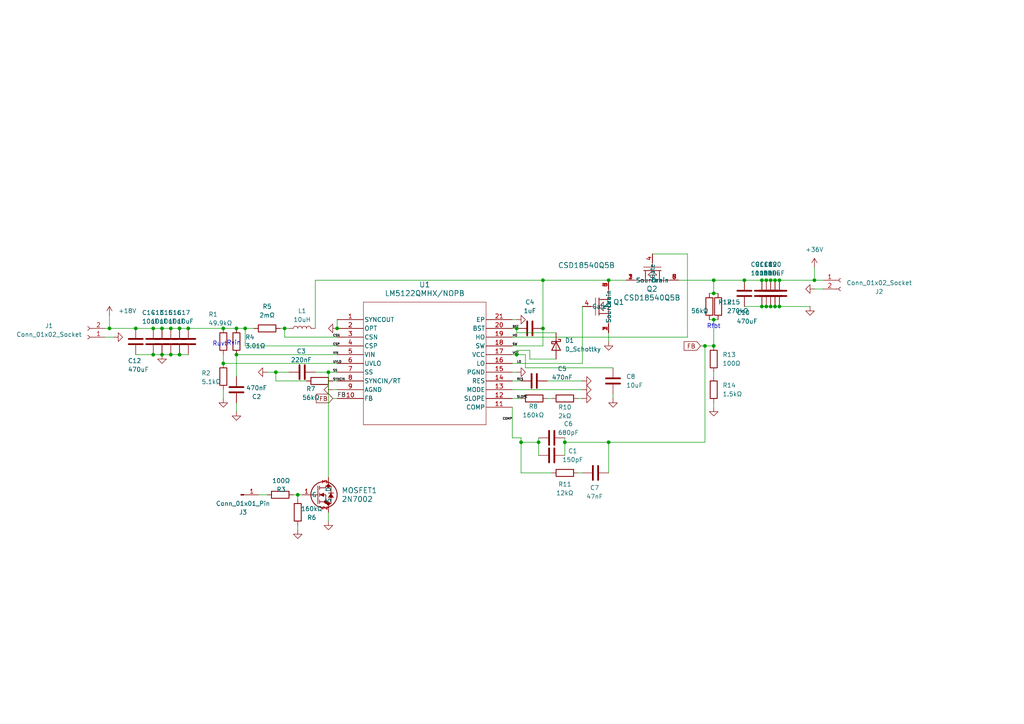
<source format=kicad_sch>
(kicad_sch (version 20250114) (generator "eeschema") (generator_version "9.0")
  (paper "A4")
  (title_block (title "15-22V Boost converter") (date "2026-02-11") (rev "B") (comment 2 "voltage rating checked"))
  (lib_symbols
    (symbol "Boost_Converter_Library:2N7002" (pin_names (offset 0.254))
      (property "Reference" "MOSFET" (at 11.43 1.905 0))
      (property "Value" "2N7002" (at 11.43 -2.54 0))
      (symbol "2N7002_0_1"
        (polyline (pts (xy 2.54 0) (xy 4.445 0)) (stroke (width 0.2032)))
        (polyline (pts (xy 4.572 -2.54) (xy 4.572 2.54)) (stroke (width 0.2032)))
        (polyline (pts (xy 5.08 2.032) (xy 6.858 2.032)) (stroke (width 0.2032)))
        (polyline (pts (xy 5.08 1.524) (xy 5.08 2.54)) (stroke (width 0.2032)))
        (polyline (pts (xy 5.08 -0.508) (xy 5.08 0.508)) (stroke (width 0.2032)))
        (polyline (pts (xy 5.08 -2.032) (xy 6.858 -2.032)) (stroke (width 0.2032)))
        (polyline (pts (xy 5.08 -2.54) (xy 5.08 -1.524)) (stroke (width 0.2032)))
        (polyline (pts (xy 6.35 0.508) (xy 5.08 0) (xy 6.35 -0.508)) (fill (type outline)))
        (polyline (pts (xy 6.35 0) (xy 6.858 0)) (stroke (width 0.2032)))
        (circle (center 6.35 0) (radius 3.81) (stroke (width 0.254)))
        (polyline (pts (xy 6.858 2.54) (xy 8.382 2.54)) (stroke (width 0.2032)))
        (polyline (pts (xy 6.858 2.032) (xy 6.858 2.54)) (stroke (width 0.2032)))
        (circle (center 6.858 -2.032) (radius 0.0254) (stroke (width 0.508)))
        (polyline (pts (xy 6.858 -2.54) (xy 6.858 0)) (stroke (width 0.2032)))
        (polyline (pts (xy 6.858 -2.54) (xy 8.382 -2.54)) (stroke (width 0.2032)))
        (circle (center 7.62 2.54) (radius 0.0254) (stroke (width 0.508)))
        (circle (center 7.62 -2.54) (radius 0.0254) (stroke (width 0.508)))
        (polyline (pts (xy 8.382 0.508) (xy 8.382 2.54)) (stroke (width 0.2032)))
        (polyline (pts (xy 8.382 -2.54) (xy 8.382 -0.762)) (stroke (width 0.2032)))
        (polyline (pts (xy 9.144 0.508) (xy 7.62 0.508)) (stroke (width 0.2032)))
        (polyline (pts (xy 9.144 -0.762) (xy 7.62 -0.762) (xy 8.382 0.508)) (fill (type outline)))
        (pin unspecified line (at 0 0 0) (length 2.54) (name "G") (number "1"))
        (pin unspecified line (at 7.62 5.08 270) (length 2.54) (name "D") (number "3"))
        (pin unspecified line (at 7.62 -5.08 90) (length 2.54) (name "S") (number "2"))
      )
    )
    (symbol "Boost_Converter_Library:CSD18540Q5B" (pin_names (offset 0.254))
      (property "Value" "CSD18540Q5B" (at -6.985 10.16 0))
      (symbol "CSD18540Q5B_1_1"
        (polyline (pts (xy -3.81 0) (xy -1.27 0)) (stroke (width 0.1524)))
        (polyline (pts (xy -1.27 0) (xy 0 0)) (stroke (width 0.1524)))
        (polyline (pts (xy 0 -2.54) (xy 0 2.54)) (stroke (width 0.1524)))
        (polyline (pts (xy 1.016 2.54) (xy 1.016 -2.54)) (stroke (width 0.1524)))
        (polyline (pts (xy 1.016 2.54) (xy 1.016 -2.54)) (stroke (width 0.1524)))
        (polyline (pts (xy 1.016 0) (xy 2.286 1.27)) (stroke (width 0.1524)))
        (polyline (pts (xy 1.016 -2.032) (xy 3.81 -2.032)) (stroke (width 0.1524)))
        (polyline (pts (xy 1.27 -2.032) (xy 3.556 -2.032)) (stroke (width 0.1524)))
        (polyline (pts (xy 2.286 1.27) (xy 2.286 -1.27)) (stroke (width 0.1524)))
        (polyline (pts (xy 2.286 0) (xy 3.81 0)) (stroke (width 0.1524)))
        (polyline (pts (xy 2.286 -1.27) (xy 1.016 0)) (stroke (width 0.1524)))
        (polyline (pts (xy 2.794 0) (xy 3.81 0)) (stroke (width 0.1524)))
        (polyline (pts (xy 3.81 7.366) (xy 3.81 4.826)) (stroke (width 0.1524)))
        (polyline (pts (xy 3.81 5.08) (xy 3.81 2.54)) (stroke (width 0.1524)))
        (polyline (pts (xy 3.81 2.54) (xy 3.81 2.032)) (stroke (width 0.1524)))
        (polyline (pts (xy 3.81 2.54) (xy 3.81 2.032)) (stroke (width 0.1524)))
        (polyline (pts (xy 3.81 2.032) (xy 1.016 2.032)) (stroke (width 0.1524)))
        (polyline (pts (xy 3.81 2.032) (xy 1.27 2.032)) (stroke (width 0.1524)))
        (polyline (pts (xy 3.81 0) (xy 3.81 -2.54)) (stroke (width 0.1524)))
        (polyline (pts (xy 3.81 0) (xy 3.81 -2.54)) (stroke (width 0.1524)))
        (polyline (pts (xy 3.81 -2.54) (xy 3.81 -5.08)) (stroke (width 0.1524)))
        (polyline (pts (xy 3.81 -7.62) (xy 3.81 -5.08)) (stroke (width 0.1524)))
        (pin unspecified line (at -3.81 0 0) (length 2.54) (name "Gate") (number "4"))
        (pin unspecified line (at 3.81 7.62 270) (length 2.54) (name "Drain") (number "5"))
        (pin unspecified line (at 3.81 7.62 270) (length 2.54) (name "Drain") (number "6"))
        (pin unspecified line (at 3.81 7.62 270) (length 2.54) (name "Drain") (number "7"))
        (pin unspecified line (at 3.81 7.62 270) (length 2.54) (name "Drain") (number "8"))
        (pin unspecified line (at 3.81 -7.62 90) (length 2.54) (name "Source") (number "1"))
        (pin unspecified line (at 3.81 -7.62 90) (length 2.54) (name "Source") (number "2"))
        (pin unspecified line (at 3.81 -7.62 90) (length 2.54) (name "Source") (number "3"))
      )
    )
    (symbol "Boost_Converter_Library:LM5122QMH_NOPB" (pin_names (offset 0.254))
      (property "Reference" "U" (at 25.4 10.16 0))
      (property "Value" "LM5122QMH/NOPB" (at 25.4 7.62 0))
      (symbol "LM5122QMH_NOPB_0_1"
        (polyline (pts (xy 7.62 5.08) (xy 7.62 -30.48)) (stroke (width 0.127)))
        (polyline (pts (xy 7.62 -30.48) (xy 43.18 -30.48)) (stroke (width 0.127)))
        (polyline (pts (xy 43.18 5.08) (xy 7.62 5.08)) (stroke (width 0.127)))
        (polyline (pts (xy 43.18 -30.48) (xy 43.18 5.08)) (stroke (width 0.127)))
        (pin output line (at 0 0 0) (length 7.62) (name "SYNCOUT") (number "1"))
        (pin input line (at 0 -2.54 0) (length 7.62) (name "OPT") (number "2"))
        (pin input line (at 0 -5.08 0) (length 7.62) (name "CSN") (number "3"))
        (pin input line (at 0 -7.62 0) (length 7.62) (name "CSP") (number "4"))
        (pin input line (at 0 -10.16 0) (length 7.62) (name "VIN") (number "5"))
        (pin input line (at 0 -12.7 0) (length 7.62) (name "UVLO") (number "6"))
        (pin input line (at 0 -15.24 0) (length 7.62) (name "SS") (number "7"))
        (pin input line (at 0 -17.78 0) (length 7.62) (name "SYNCIN/RT") (number "8"))
        (pin power_in line (at 0 -20.32 0) (length 7.62) (name "AGND") (number "9"))
        (pin input line (at 0 -22.86 0) (length 7.62) (name "FB") (number "10"))
        (pin power_out line (at 50.8 0 180) (length 7.62) (name "EP") (number "21"))
        (pin input line (at 50.8 -2.54 180) (length 7.62) (name "BST") (number "20"))
        (pin output line (at 50.8 -5.08 180) (length 7.62) (name "HO") (number "19"))
        (pin bidirectional line (at 50.8 -7.62 180) (length 7.62) (name "SW") (number "18"))
        (pin power_in line (at 50.8 -10.16 180) (length 7.62) (name "VCC") (number "17"))
        (pin output line (at 50.8 -12.7 180) (length 7.62) (name "LO") (number "16"))
        (pin power_in line (at 50.8 -15.24 180) (length 7.62) (name "PGND") (number "15"))
        (pin output line (at 50.8 -17.78 180) (length 7.62) (name "RES") (number "14"))
        (pin input line (at 50.8 -20.32 180) (length 7.62) (name "MODE") (number "13"))
        (pin input line (at 50.8 -22.86 180) (length 7.62) (name "SLOPE") (number "12"))
        (pin output line (at 50.8 -25.4 180) (length 7.62) (name "COMP") (number "11"))
      )
    )
    (symbol "Connector:Conn_01x01_Pin" (pin_names (offset 1.016) (hide yes))
      (property "Reference" "J" (at 0 2.54 0))
      (property "Value" "Conn_01x01_Pin" (at 0 -2.54 0))
      (symbol "Conn_01x01_Pin_1_1"
        (rectangle (start 0.8636 0.127) (end 0 -0.127) (stroke (width 0.1524)) (fill (type outline)))
        (polyline (pts (xy 1.27 0) (xy 0.8636 0)) (stroke (width 0.1524)))
        (pin passive line (at 5.08 0 180) (length 3.81) (name "Pin_1") (number "1"))
      )
    )
    (symbol "Connector:Conn_01x02_Socket" (pin_names (offset 1.016) (hide yes))
      (property "Reference" "J" (at 0 2.54 0))
      (property "Value" "Conn_01x02_Socket" (at 0 -5.08 0))
      (symbol "Conn_01x02_Socket_1_1"
        (polyline (pts (xy -1.27 0) (xy -0.508 0)) (stroke (width 0.1524)))
        (polyline (pts (xy -1.27 -2.54) (xy -0.508 -2.54)) (stroke (width 0.1524)))
        (arc (start 0 -0.508) (mid -0.5058 0) (end 0 0.508) (stroke (width 0.1524)))
        (arc (start 0 -3.048) (mid -0.5058 -2.54) (end 0 -2.032) (stroke (width 0.1524)))
        (pin passive line (at -5.08 0 0) (length 3.81) (name "Pin_1") (number "1"))
        (pin passive line (at -5.08 -2.54 0) (length 3.81) (name "Pin_2") (number "2"))
      )
    )
    (symbol "Device:C" (pin_numbers (hide yes)) (pin_names (offset 0.254))
      (property "Reference" "C" (at 0.635 2.54 0))
      (property "Value" "C" (at 0.635 -2.54 0))
      (symbol "C_0_1"
        (polyline (pts (xy -2.032 0.762) (xy 2.032 0.762)) (stroke (width 0.508)))
        (polyline (pts (xy -2.032 -0.762) (xy 2.032 -0.762)) (stroke (width 0.508)))
      )
      (symbol "C_1_1"
        (pin passive line (at 0 3.81 270) (length 2.794) (name "~") (number "1"))
        (pin passive line (at 0 -3.81 90) (length 2.794) (name "~") (number "2"))
      )
    )
    (symbol "Device:D_Schottky" (pin_numbers (hide yes)) (pin_names (offset 1.016) (hide yes))
      (property "Reference" "D" (at 0 2.54 0))
      (property "Value" "D_Schottky" (at 0 -2.54 0))
      (symbol "D_Schottky_0_1"
        (polyline (pts (xy -1.905 0.635) (xy -1.905 1.27) (xy -1.27 1.27) (xy -1.27 -1.27) (xy -0.635 -1.27) (xy -0.635 -0.635)) (stroke (width 0.254)))
        (polyline (pts (xy 1.27 1.27) (xy 1.27 -1.27) (xy -1.27 0) (xy 1.27 1.27)) (stroke (width 0.254)))
        (polyline (pts (xy 1.27 0) (xy -1.27 0)))
      )
      (symbol "D_Schottky_1_1"
        (pin passive line (at -3.81 0 0) (length 2.54) (name "K") (number "1"))
        (pin passive line (at 3.81 0 180) (length 2.54) (name "A") (number "2"))
      )
    )
    (symbol "Device:L" (pin_numbers (hide yes)) (pin_names (offset 1.016) (hide yes))
      (property "Reference" "L" (at -1.27 0 90))
      (property "Value" "L" (at 1.905 0 90))
      (symbol "L_0_1"
        (arc (start 0 2.54) (mid 0.6323 1.905) (end 0 1.27))
        (arc (start 0 1.27) (mid 0.6323 0.635) (end 0 0))
        (arc (start 0 0) (mid 0.6323 -0.635) (end 0 -1.27))
        (arc (start 0 -1.27) (mid 0.6323 -1.905) (end 0 -2.54))
      )
      (symbol "L_1_1"
        (pin passive line (at 0 3.81 270) (length 1.27) (name "1") (number "1"))
        (pin passive line (at 0 -3.81 90) (length 1.27) (name "2") (number "2"))
      )
    )
    (symbol "Device:R" (pin_numbers (hide yes)) (pin_names (offset 0))
      (property "Reference" "R" (at 2.032 0 90))
      (property "Value" "R" (at 0 0 90))
      (symbol "R_0_1"
        (rectangle (start -1.016 -2.54) (end 1.016 2.54) (stroke (width 0.254)))
      )
      (symbol "R_1_1"
        (pin passive line (at 0 3.81 270) (length 1.27) (name "~") (number "1"))
        (pin passive line (at 0 -3.81 90) (length 1.27) (name "~") (number "2"))
      )
    )
    (symbol "power:+24V" (power) (pin_numbers (hide yes)) (pin_names (offset 0) (hide yes))
      (property "Value" "+24V" (at 0 3.556 0))
      (symbol "+24V_0_1"
        (polyline (pts (xy -0.762 1.27) (xy 0 2.54)))
        (polyline (pts (xy 0 2.54) (xy 0.762 1.27)))
        (polyline (pts (xy 0 0) (xy 0 2.54)))
      )
      (symbol "+24V_1_1"
        (pin power_in line (at 0 0 90) (length 0) (name "~") (number "1"))
      )
    )
    (symbol "power:GND" (power) (pin_numbers (hide yes)) (pin_names (offset 0) (hide yes))
      (property "Value" "GND" (at 0 -3.81 0))
      (symbol "GND_0_1"
        (polyline (pts (xy 0 0) (xy 0 -1.27) (xy 1.27 -1.27) (xy 0 -2.54) (xy -1.27 -1.27) (xy 0 -1.27)))
      )
      (symbol "GND_1_1"
        (pin power_in line (at 0 0 270) (length 0) (name "~") (number "1"))
      )
    )
  )
  (text "Rvin" (at 67.818 99.568 0) (effects (font (size 1.27 1.27))))
  (text "Ruvt" (at 63.754 99.822 0) (effects (font (size 1.27 1.27))))
  (text "Rfbt" (at 207.01 94.742 0) (effects (font (size 1.27 1.27))))
  (junction (at 157.48 95.25))
  (junction (at 39.37 95.25))
  (junction (at 222.25 88.9))
  (junction (at 223.52 88.9))
  (junction (at 54.61 95.25))
  (junction (at 220.98 81.28))
  (junction (at 207.01 81.28))
  (junction (at 151.13 128.27))
  (junction (at 46.99 102.87))
  (junction (at 52.07 95.25))
  (junction (at 149.86 102.87))
  (junction (at 215.9 81.28))
  (junction (at 176.53 128.27))
  (junction (at 80.01 107.95))
  (junction (at 64.77 105.41))
  (junction (at 68.58 102.87))
  (junction (at 207.01 85.09))
  (junction (at 97.79 95.25))
  (junction (at 71.12 95.25))
  (junction (at 49.53 102.87))
  (junction (at 82.55 95.25))
  (junction (at 222.25 81.28))
  (junction (at 64.77 95.25))
  (junction (at 176.53 81.28))
  (junction (at 223.52 81.28))
  (junction (at 49.53 95.25))
  (junction (at 156.21 128.27))
  (junction (at 157.48 81.28))
  (junction (at 31.75 95.25))
  (junction (at 52.07 102.87))
  (junction (at 163.83 128.27))
  (junction (at 220.98 88.9))
  (junction (at 95.25 107.95))
  (junction (at 207.01 92.71))
  (junction (at 236.22 81.28))
  (junction (at 207.01 100.33))
  (junction (at 224.79 88.9))
  (junction (at 224.79 81.28))
  (junction (at 46.99 95.25))
  (junction (at 44.45 95.25))
  (junction (at 86.36 143.51))
  (junction (at 204.47 100.33))
  (junction (at 226.06 81.28))
  (junction (at 149.86 95.25))
  (junction (at 68.58 95.25))
  (junction (at 44.45 102.87))
  (junction (at 226.06 88.9))
  (wire (pts (xy 49.53 102.87) (xy 52.07 102.87)))
  (wire (pts (xy 157.48 95.25) (xy 157.48 100.33)))
  (wire (pts (xy 68.58 116.84) (xy 68.58 119.38)))
  (wire (pts (xy 207.01 81.28) (xy 215.9 81.28)))
  (wire (pts (xy 64.77 105.41) (xy 97.79 105.41)))
  (wire (pts (xy 153.67 104.14) (xy 153.67 101.6)))
  (wire (pts (xy 163.83 128.27) (xy 163.83 132.08)))
  (wire (pts (xy 151.13 128.27) (xy 156.21 128.27)))
  (wire (pts (xy 77.47 107.95) (xy 80.01 107.95)))
  (wire (pts (xy 80.01 107.95) (xy 80.01 110.49)))
  (wire (pts (xy 156.21 128.27) (xy 156.21 132.08)))
  (wire (pts (xy 177.8 114.3) (xy 177.8 115.57)))
  (wire (pts (xy 207.01 107.95) (xy 207.01 109.22)))
  (wire (pts (xy 204.47 100.33) (xy 204.47 128.27)))
  (wire (pts (xy 163.83 127) (xy 163.83 128.27)))
  (wire (pts (xy 148.59 127) (xy 151.13 127)))
  (wire (pts (xy 156.21 127) (xy 156.21 128.27)))
  (wire (pts (xy 149.86 102.87) (xy 152.4 102.87)))
  (wire (pts (xy 148.59 113.03) (xy 168.91 113.03)))
  (wire (pts (xy 149.86 102.87) (xy 148.59 102.87)))
  (wire (pts (xy 149.86 95.25) (xy 149.86 96.52)))
  (wire (pts (xy 149.86 101.6) (xy 149.86 102.87)))
  (wire (pts (xy 148.59 95.25) (xy 149.86 95.25)))
  (wire (pts (xy 71.12 95.25) (xy 73.66 95.25)))
  (wire (pts (xy 151.13 127) (xy 151.13 128.27)))
  (wire (pts (xy 82.55 97.79) (xy 97.79 97.79)))
  (wire (pts (xy 199.39 73.66) (xy 199.39 97.79)))
  (wire (pts (xy 222.25 88.9) (xy 223.52 88.9)))
  (wire (pts (xy 158.75 110.49) (xy 168.91 110.49)))
  (wire (pts (xy 189.23 73.66) (xy 199.39 73.66)))
  (wire (pts (xy 39.37 102.87) (xy 44.45 102.87)))
  (wire (pts (xy 161.29 96.52) (xy 149.86 96.52)))
  (wire (pts (xy 81.28 95.25) (xy 82.55 95.25)))
  (wire (pts (xy 68.58 102.87) (xy 97.79 102.87)))
  (wire (pts (xy 163.83 128.27) (xy 176.53 128.27)))
  (wire (pts (xy 80.01 110.49) (xy 88.9 110.49)))
  (wire (pts (xy 97.79 92.71) (xy 97.79 95.25)))
  (wire (pts (xy 220.98 88.9) (xy 222.25 88.9)))
  (wire (pts (xy 96.52 113.03) (xy 97.79 113.03)))
  (wire (pts (xy 52.07 102.87) (xy 54.61 102.87)))
  (wire (pts (xy 222.25 81.28) (xy 223.52 81.28)))
  (wire (pts (xy 96.52 110.49) (xy 97.79 110.49)))
  (wire (pts (xy 205.74 85.09) (xy 207.01 85.09)))
  (wire (pts (xy 157.48 81.28) (xy 157.48 95.25)))
  (wire (pts (xy 167.64 137.16) (xy 168.91 137.16)))
  (wire (pts (xy 207.01 81.28) (xy 207.01 85.09)))
  (wire (pts (xy 86.36 143.51) (xy 86.36 144.78)))
  (wire (pts (xy 207.01 92.71) (xy 208.28 92.71)))
  (wire (pts (xy 71.12 100.33) (xy 97.79 100.33)))
  (wire (pts (xy 207.01 85.09) (xy 208.28 85.09)))
  (wire (pts (xy 168.91 105.41) (xy 148.59 105.41)))
  (wire (pts (xy 223.52 88.9) (xy 224.79 88.9)))
  (wire (pts (xy 74.93 143.51) (xy 77.47 143.51)))
  (wire (pts (xy 44.45 102.87) (xy 46.99 102.87)))
  (wire (pts (xy 207.01 92.71) (xy 207.01 100.33)))
  (wire (pts (xy 196.85 81.28) (xy 207.01 81.28)))
  (wire (pts (xy 176.53 137.16) (xy 176.53 128.27)))
  (wire (pts (xy 152.4 106.68) (xy 177.8 106.68)))
  (wire (pts (xy 168.91 88.9) (xy 168.91 105.41)))
  (wire (pts (xy 49.53 95.25) (xy 52.07 95.25)))
  (wire (pts (xy 207.01 116.84) (xy 207.01 118.11)))
  (wire (pts (xy 161.29 104.14) (xy 153.67 104.14)))
  (wire (pts (xy 220.98 81.28) (xy 222.25 81.28)))
  (wire (pts (xy 85.09 143.51) (xy 86.36 143.51)))
  (wire (pts (xy 236.22 83.82) (xy 238.76 83.82)))
  (wire (pts (xy 148.59 107.95) (xy 149.86 107.95)))
  (wire (pts (xy 82.55 97.79) (xy 82.55 95.25)))
  (wire (pts (xy 82.55 95.25) (xy 83.82 95.25)))
  (wire (pts (xy 46.99 95.25) (xy 49.53 95.25)))
  (wire (pts (xy 176.53 96.52) (xy 176.53 99.06)))
  (wire (pts (xy 207.01 100.33) (xy 204.47 100.33)))
  (wire (pts (xy 80.01 107.95) (xy 83.82 107.95)))
  (wire (pts (xy 71.12 95.25) (xy 71.12 100.33)))
  (wire (pts (xy 68.58 102.87) (xy 68.58 109.22)))
  (wire (pts (xy 158.75 115.57) (xy 160.02 115.57)))
  (wire (pts (xy 151.13 128.27) (xy 151.13 137.16)))
  (wire (pts (xy 68.58 95.25) (xy 71.12 95.25)))
  (wire (pts (xy 64.77 95.25) (xy 68.58 95.25)))
  (wire (pts (xy 91.44 81.28) (xy 157.48 81.28)))
  (wire (pts (xy 226.06 81.28) (xy 236.22 81.28)))
  (wire (pts (xy 148.59 110.49) (xy 151.13 110.49)))
  (wire (pts (xy 91.44 95.25) (xy 91.44 81.28)))
  (wire (pts (xy 176.53 128.27) (xy 204.47 128.27)))
  (wire (pts (xy 148.59 115.57) (xy 151.13 115.57)))
  (wire (pts (xy 95.25 107.95) (xy 95.25 138.43)))
  (wire (pts (xy 64.77 113.03) (xy 64.77 115.57)))
  (wire (pts (xy 215.9 81.28) (xy 220.98 81.28)))
  (wire (pts (xy 205.74 92.71) (xy 207.01 92.71)))
  (wire (pts (xy 236.22 77.47) (xy 236.22 81.28)))
  (wire (pts (xy 52.07 95.25) (xy 54.61 95.25)))
  (wire (pts (xy 215.9 88.9) (xy 220.98 88.9)))
  (wire (pts (xy 148.59 92.71) (xy 149.86 92.71)))
  (wire (pts (xy 95.25 107.95) (xy 97.79 107.95)))
  (wire (pts (xy 224.79 88.9) (xy 226.06 88.9)))
  (wire (pts (xy 157.48 81.28) (xy 176.53 81.28)))
  (wire (pts (xy 30.48 95.25) (xy 31.75 95.25)))
  (wire (pts (xy 31.75 95.25) (xy 39.37 95.25)))
  (wire (pts (xy 226.06 88.9) (xy 234.95 88.9)))
  (wire (pts (xy 64.77 102.87) (xy 64.77 105.41)))
  (wire (pts (xy 152.4 102.87) (xy 152.4 106.68)))
  (wire (pts (xy 46.99 102.87) (xy 49.53 102.87)))
  (wire (pts (xy 151.13 137.16) (xy 160.02 137.16)))
  (wire (pts (xy 148.59 118.11) (xy 148.59 127)))
  (wire (pts (xy 30.48 97.79) (xy 33.02 97.79)))
  (wire (pts (xy 223.52 81.28) (xy 224.79 81.28)))
  (wire (pts (xy 167.64 115.57) (xy 168.91 115.57)))
  (wire (pts (xy 157.48 100.33) (xy 148.59 100.33)))
  (wire (pts (xy 153.67 101.6) (xy 149.86 101.6)))
  (wire (pts (xy 31.75 91.44) (xy 31.75 95.25)))
  (wire (pts (xy 54.61 95.25) (xy 64.77 95.25)))
  (wire (pts (xy 204.47 100.33) (xy 203.2 100.33)))
  (wire (pts (xy 86.36 152.4) (xy 86.36 153.67)))
  (wire (pts (xy 176.53 81.28) (xy 181.61 81.28)))
  (wire (pts (xy 96.52 115.57) (xy 97.79 115.57)))
  (wire (pts (xy 236.22 81.28) (xy 238.76 81.28)))
  (wire (pts (xy 95.25 148.59) (xy 95.25 151.13)))
  (wire (pts (xy 44.45 95.25) (xy 46.99 95.25)))
  (wire (pts (xy 224.79 81.28) (xy 226.06 81.28)))
  (wire (pts (xy 148.59 97.79) (xy 199.39 97.79)))
  (wire (pts (xy 86.36 143.51) (xy 87.63 143.51)))
  (wire (pts (xy 39.37 95.25) (xy 44.45 95.25)))
  (wire (pts (xy 91.44 107.95) (xy 95.25 107.95)))
  (label "SW" (at 148.59 100.33 0) (effects (font (size 0.635 0.635))))
  (label "SS" (at 96.52 107.95 0) (effects (font (size 0.635 0.635))))
  (label "HO" (at 148.59 97.79 0) (effects (font (size 0.635 0.635))))
  (label "RES" (at 149.86 110.49 0) (effects (font (size 0.635 0.635))))
  (label "SLOPE" (at 149.86 115.57 0) (effects (font (size 0.635 0.635))))
  (label "VIN" (at 96.52 102.87 0) (effects (font (size 0.635 0.635))))
  (label "VCC" (at 148.59 102.87 0) (effects (font (size 0.635 0.635))))
  (label "CSP" (at 96.52 100.33 0) (effects (font (size 0.635 0.635))))
  (label "LO" (at 149.86 105.41 0) (effects (font (size 0.635 0.635))))
  (label "COMP" (at 148.59 121.92 180) (effects (font (size 0.635 0.635))))
  (label "BST" (at 148.59 95.25 0) (effects (font (size 0.635 0.635))))
  (label "UVLO" (at 96.52 105.41 0) (effects (font (size 0.635 0.635))))
  (label "SYNCIN" (at 96.52 110.49 0) (effects (font (size 0.635 0.635))))
  (label "CSN" (at 96.52 97.79 0) (effects (font (size 0.635 0.635))))
  (label "FB" (at 97.79 115.57 0))
  (global_label "FB" (shape input) (at 96.52 115.57 180) (property "Intersheetrefs" "${INTERSHEET_REFS}" (effects (hide yes))))
  (global_label "FB" (shape input) (at 203.2 100.33 180) (property "Intersheetrefs" "${INTERSHEET_REFS}" (effects (hide yes))))
  (symbol (lib_id "power:GND") (at 236.22 83.82 270) (unit 1)
    (property "Reference" "#PWR019" (effects (hide yes)))
    (property "Value" "GND" (effects (hide yes)))
    (property "Description" "Power symbol creates a global label with name \"GND\" , ground" (effects (hide yes)))
  )
  (symbol (lib_id "Device:R") (at 77.47 95.25 90) (unit 1)
    (property "Reference" "R5" (at 77.47 88.9 90))
    (property "Value" "2mΩ" (at 77.47 91.44 90))
    (property "Footprint" "Resistor_SMD:R_2512_6332Metric" (effects (hide yes)))
    (property "Description" "Resistor" (effects (hide yes)))
    (property "JLCPCB Part number" "C728306" (effects (hide yes)))
  )
  (symbol (lib_id "Connector:Conn_01x02_Socket") (at 25.4 97.79 180) (unit 1)
    (property "Reference" "J1" (at 14.224 94.488 0))
    (property "Value" "Conn_01x02_Socket" (at 14.224 97.028 0))
    (property "Footprint" "TerminalBlock_MetzConnect:TerminalBlock_MetzConnect_Type055_RT01502HDWU_1x02_P5.00mm_Horizontal" (effects (hide yes)))
    (property "Description" "Generic connector, single row, 01x02, script generated" (effects (hide yes)))
  )
  (symbol (lib_id "power:+24V") (at 236.22 77.47 0) (unit 1)
    (property "Reference" "#PWR018" (effects (hide yes)))
    (property "Value" "+36V" (at 236.22 72.39 0))
    (property "Description" "Power symbol creates a global label with name \"+24V\"" (effects (hide yes)))
  )
  (symbol (lib_id "Device:R") (at 163.83 137.16 90) (unit 1)
    (property "Reference" "R11" (at 163.83 140.462 90))
    (property "Value" "12kΩ" (at 163.83 143.002 90))
    (property "Footprint" "Resistor_SMD:R_0603_1608Metric" (effects (hide yes)))
    (property "Description" "Resistor" (effects (hide yes)))
    (property "JLCPCB Part number" "C22790" (effects (hide yes)))
  )
  (symbol (lib_id "power:GND") (at 86.36 153.67 0) (unit 1)
    (property "Reference" "#PWR021" (effects (hide yes)))
    (property "Value" "GND" (effects (hide yes)))
    (property "Description" "Power symbol creates a global label with name \"GND\" , ground" (effects (hide yes)))
  )
  (symbol (lib_id "Connector:Conn_01x02_Socket") (at 243.84 81.28 0) (unit 1)
    (property "Reference" "J2" (at 255.016 84.582 0))
    (property "Value" "Conn_01x02_Socket" (at 255.016 82.042 0))
    (property "Footprint" "TerminalBlock_MetzConnect:TerminalBlock_MetzConnect_Type055_RT01502HDWU_1x02_P5.00mm_Horizontal" (effects (hide yes)))
    (property "Description" "Generic connector, single row, 01x02, script generated" (effects (hide yes)))
  )
  (symbol (lib_id "Device:R") (at 86.36 148.59 180) (unit 1)
    (property "Reference" "R6" (at 90.424 150.114 0))
    (property "Value" "160kΩ" (at 90.424 147.574 0))
    (property "Footprint" "Resistor_SMD:R_0603_1608Metric" (effects (hide yes)))
    (property "Description" "Resistor" (effects (hide yes)))
    (property "JLCPCB Part number" "C22813" (effects (hide yes)))
  )
  (symbol (lib_id "Boost_Converter_Library:LM5122QMH_NOPB") (at 97.79 92.71 0) (unit 1)
    (property "Reference" "U1" (at 123.19 82.55 0) (effects (font (size 1.524 1.524))))
    (property "Value" "LM5122QMHX/NOPB" (at 123.19 85.09 0) (effects (font (size 1.524 1.524))))
    (property "Footprint" "Boost_Converter_Footprint_Library:HTSSOP20" (effects (hide yes)))
    (property "Datasheet" "https://www.ti.com/lit/gpn/lm5122-q1" (effects (hide yes)))
    (property "JLCPCB Part number" "C527477" (effects (hide yes)))
  )
  (symbol (lib_id "Boost_Converter_Library:CSD18540Q5B") (at 189.23 77.47 270) (unit 1)
    (property "Reference" "Q2" (at 189.103 83.82 90) (effects (font (size 1.524 1.524))))
    (property "Value" "CSD18540Q5B" (at 189.103 86.36 90) (effects (font (size 1.524 1.524))))
    (property "Footprint" "DNK0008A" (effects (hide yes)))
    (property "Datasheet" "https://www.ti.com/lit/gpn/csd18540q5b" (effects (hide yes)))
    (property "JLCPCB Part number" "C86513" (effects (hide yes)))
  )
  (symbol (lib_id "power:GND") (at 176.53 99.06 0) (unit 1)
    (property "Reference" "#PWR014" (effects (hide yes)))
    (property "Value" "GND" (effects (hide yes)))
    (property "Description" "Power symbol creates a global label with name \"GND\" , ground" (effects (hide yes)))
  )
  (symbol (lib_id "Device:C") (at 154.94 110.49 90) (unit 1)
    (property "Reference" "C5" (at 163.068 106.934 90))
    (property "Value" "470nF" (at 163.068 109.474 90))
    (property "Footprint" "Capacitor_SMD:C_0603_1608Metric" (effects (hide yes)))
    (property "Description" "Unpolarized capacitor" (effects (hide yes)))
    (property "JLCPCB Part number" "C1623" (effects (hide yes)))
  )
  (symbol (lib_id "Device:C") (at 223.52 85.09 0) (unit 1)
    (property "Reference" "C18" (at 220.218 76.708 0) (effects (justify left)))
    (property "Value" "10uF" (at 220.218 79.248 0) (effects (justify left)))
    (property "Footprint" "Capacitor_SMD:C_0805_2012Metric" (effects (hide yes)))
    (property "Description" "Unpolarized capacitor" (effects (hide yes)))
    (property "JLCPCB Part number" "C440198" (effects (hide yes)))
  )
  (symbol (lib_id "power:GND") (at 77.47 107.95 270) (unit 1)
    (property "Reference" "#PWR06" (effects (hide yes)))
    (property "Value" "GND" (effects (hide yes)))
    (property "Description" "Power symbol creates a global label with name \"GND\" , ground" (effects (hide yes)))
  )
  (symbol (lib_id "Device:R") (at 81.28 143.51 270) (unit 1)
    (property "Reference" "R3" (at 81.534 141.986 90))
    (property "Value" "100Ω" (at 81.534 139.446 90))
    (property "Footprint" "Resistor_SMD:R_0603_1608Metric" (effects (hide yes)))
    (property "Description" "Resistor" (effects (hide yes)))
    (property "JLCPCB Part number" "C22775" (effects (hide yes)))
  )
  (symbol (lib_id "power:GND") (at 95.25 151.13 0) (unit 1)
    (property "Reference" "#PWR03" (effects (hide yes)))
    (property "Value" "GND" (effects (hide yes)))
    (property "Description" "Power symbol creates a global label with name \"GND\" , ground" (effects (hide yes)))
  )
  (symbol (lib_id "Device:C") (at 87.63 107.95 90) (unit 1)
    (property "Reference" "C3" (at 87.376 101.854 90))
    (property "Value" "220nF" (at 87.376 104.394 90))
    (property "Footprint" "Capacitor_SMD:C_0603_1608Metric" (effects (hide yes)))
    (property "Description" "Unpolarized capacitor" (effects (hide yes)))
    (property "JLCPCB Part number" "C21120" (effects (hide yes)))
  )
  (symbol (lib_id "power:GND") (at 64.77 115.57 0) (unit 1)
    (property "Reference" "#PWR04" (effects (hide yes)))
    (property "Value" "GND" (effects (hide yes)))
    (property "Description" "Power symbol creates a global label with name \"GND\" , ground" (effects (hide yes)))
  )
  (symbol (lib_id "power:GND") (at 168.91 115.57 90) (unit 1)
    (property "Reference" "#PWR013" (effects (hide yes)))
    (property "Value" "GND" (effects (hide yes)))
    (property "Description" "Power symbol creates a global label with name \"GND\" , ground" (effects (hide yes)))
  )
  (symbol (lib_id "Device:C") (at 160.02 127 90) (unit 1)
    (property "Reference" "C6" (at 164.846 122.936 90))
    (property "Value" "680pF" (at 164.846 125.476 90))
    (property "Footprint" "Capacitor_SMD:C_0603_1608Metric" (effects (hide yes)))
    (property "Description" "Unpolarized capacitor" (effects (hide yes)))
    (property "JLCPCB Part number" "C1630" (effects (hide yes)))
  )
  (symbol (lib_id "Device:C") (at 39.37 99.06 0) (unit 1)
    (property "Reference" "C12" (at 37.084 104.648 0) (effects (justify left)))
    (property "Value" "470uF" (at 37.084 107.188 0) (effects (justify left)))
    (property "Footprint" "Capacitor_THT:CP_Radial_D10.0mm_P5.00mm" (effects (hide yes)))
    (property "Description" "Unpolarized capacitor" (effects (hide yes)))
    (property "JLCPCB Part number" "C5438877" (effects (hide yes)))
  )
  (symbol (lib_id "Device:C") (at 52.07 99.06 0) (unit 1)
    (property "Reference" "C16" (at 48.768 90.678 0) (effects (justify left)))
    (property "Value" "10uF" (at 48.768 93.218 0) (effects (justify left)))
    (property "Footprint" "Capacitor_SMD:C_0805_2012Metric" (effects (hide yes)))
    (property "Description" "Unpolarized capacitor" (effects (hide yes)))
    (property "JLCPCB Part number" "C440198" (effects (hide yes)))
  )
  (symbol (lib_id "power:GND") (at 149.86 107.95 90) (unit 1)
    (property "Reference" "#PWR010" (effects (hide yes)))
    (property "Value" "GND" (effects (hide yes)))
    (property "Description" "Power symbol creates a global label with name \"GND\" , ground" (effects (hide yes)))
  )
  (symbol (lib_id "Device:R") (at 207.01 113.03 0) (unit 1)
    (property "Reference" "R14" (at 209.55 111.7599 0) (effects (justify left)))
    (property "Value" "1.5kΩ" (at 209.55 114.2999 0) (effects (justify left)))
    (property "Footprint" "Resistor_SMD:R_0603_1608Metric" (effects (hide yes)))
    (property "Description" "Resistor" (effects (hide yes)))
    (property "JLCPCB Part number" "C22843" (effects (hide yes)))
  )
  (symbol (lib_id "Device:R") (at 205.74 88.9 0) (unit 1)
    (property "Reference" "R12" (at 208.28 87.6299 0) (effects (justify left)))
    (property "Value" "56kΩ" (at 200.406 90.17 0) (effects (justify left)))
    (property "Footprint" "Resistor_SMD:R_0603_1608Metric" (effects (hide yes)))
    (property "Description" "Resistor" (effects (hide yes)))
    (property "JLCPCB Part number" "C23206" (effects (hide yes)))
  )
  (symbol (lib_id "power:GND") (at 207.01 118.11 0) (unit 1)
    (property "Reference" "#PWR016" (effects (hide yes)))
    (property "Value" "GND" (effects (hide yes)))
    (property "Description" "Power symbol creates a global label with name \"GND\" , ground" (effects (hide yes)))
  )
  (symbol (lib_id "power:GND") (at 46.99 102.87 0) (unit 1)
    (property "Reference" "#PWR020" (effects (hide yes)))
    (property "Value" "GND" (effects (hide yes)))
    (property "Description" "Power symbol creates a global label with name \"GND\" , ground" (effects (hide yes)))
  )
  (symbol (lib_id "Device:C") (at 49.53 99.06 0) (unit 1)
    (property "Reference" "C15" (at 46.228 90.678 0) (effects (justify left)))
    (property "Value" "10uF" (at 46.228 93.218 0) (effects (justify left)))
    (property "Footprint" "Capacitor_SMD:C_0805_2012Metric" (effects (hide yes)))
    (property "Description" "Unpolarized capacitor" (effects (hide yes)))
    (property "JLCPCB Part number" "C440198" (effects (hide yes)))
  )
  (symbol (lib_id "power:GND") (at 68.58 119.38 0) (unit 1)
    (property "Reference" "#PWR05" (effects (hide yes)))
    (property "Value" "GND" (effects (hide yes)))
    (property "Description" "Power symbol creates a global label with name \"GND\" , ground" (effects (hide yes)))
  )
  (symbol (lib_id "Device:R") (at 64.77 99.06 0) (unit 1)
    (property "Reference" "R1" (at 60.452 91.186 0) (effects (justify left)))
    (property "Value" "49.9kΩ" (at 60.452 93.726 0) (effects (justify left)))
    (property "Footprint" "Resistor_SMD:R_0603_1608Metric" (effects (hide yes)))
    (property "Description" "Resistor" (effects (hide yes)))
    (property "JLCPCB Part number" "C23184" (effects (hide yes)))
  )
  (symbol (lib_id "Device:R") (at 64.77 109.22 0) (unit 1)
    (property "Reference" "R2" (at 58.42 108.204 0) (effects (justify left)))
    (property "Value" "5.1kΩ" (at 58.42 110.744 0) (effects (justify left)))
    (property "Footprint" "Resistor_SMD:R_0603_1608Metric" (effects (hide yes)))
    (property "Description" "Resistor" (effects (hide yes)))
    (property "JLCPCB Part number" "C23186" (effects (hide yes)))
  )
  (symbol (lib_id "power:GND") (at 33.02 97.79 90) (unit 1)
    (property "Reference" "#PWR02" (effects (hide yes)))
    (property "Value" "GND" (effects (hide yes)))
    (property "Description" "Power symbol creates a global label with name \"GND\" , ground" (effects (hide yes)))
  )
  (symbol (lib_id "power:GND") (at 96.52 113.03 270) (unit 1)
    (property "Reference" "#PWR07" (effects (hide yes)))
    (property "Value" "GND" (effects (hide yes)))
    (property "Description" "Power symbol creates a global label with name \"GND\" , ground" (effects (hide yes)))
  )
  (symbol (lib_id "Device:C") (at 54.61 99.06 0) (unit 1)
    (property "Reference" "C17" (at 51.308 90.678 0) (effects (justify left)))
    (property "Value" "10uF" (at 51.308 93.218 0) (effects (justify left)))
    (property "Footprint" "Capacitor_SMD:C_0805_2012Metric" (effects (hide yes)))
    (property "Description" "Unpolarized capacitor" (effects (hide yes)))
    (property "JLCPCB Part number" "C440198" (effects (hide yes)))
  )
  (symbol (lib_id "Device:C") (at 153.67 95.25 90) (unit 1)
    (property "Reference" "C4" (at 153.67 87.63 90))
    (property "Value" "1uF" (at 153.67 90.17 90))
    (property "Footprint" "Capacitor_SMD:C_0805_2012Metric" (effects (hide yes)))
    (property "Description" "Unpolarized capacitor" (effects (hide yes)))
    (property "JLCPCB Part number" "C28323" (effects (hide yes)))
  )
  (symbol (lib_id "Device:C") (at 226.06 85.09 0) (unit 1)
    (property "Reference" "C20" (at 222.758 76.708 0) (effects (justify left)))
    (property "Value" "10uF" (at 222.758 79.248 0) (effects (justify left)))
    (property "Footprint" "Capacitor_SMD:C_0805_2012Metric" (effects (hide yes)))
    (property "Description" "Unpolarized capacitor" (effects (hide yes)))
    (property "JLCPCB Part number" "C440198" (effects (hide yes)))
  )
  (symbol (lib_id "power:GND") (at 177.8 115.57 0) (unit 1)
    (property "Reference" "#PWR015" (effects (hide yes)))
    (property "Value" "GND" (effects (hide yes)))
    (property "Description" "Power symbol creates a global label with name \"GND\" , ground" (effects (hide yes)))
  )
  (symbol (lib_id "Device:R") (at 207.01 104.14 0) (unit 1)
    (property "Reference" "R13" (at 209.55 102.8699 0) (effects (justify left)))
    (property "Value" "100Ω" (at 209.55 105.4099 0) (effects (justify left)))
    (property "Footprint" "Resistor_SMD:R_0603_1608Metric" (effects (hide yes)))
    (property "Description" "Resistor" (effects (hide yes)))
    (property "JLCPCB Part number" "C22775" (effects (hide yes)))
  )
  (symbol (lib_id "Device:R") (at 92.71 110.49 90) (unit 1)
    (property "Reference" "R7" (at 90.17 112.776 90))
    (property "Value" "56kΩ" (at 90.17 115.316 90))
    (property "Footprint" "Resistor_SMD:R_0603_1608Metric" (effects (hide yes)))
    (property "Description" "Resistor" (effects (hide yes)))
    (property "JLCPCB Part number" "C23206" (effects (hide yes)))
  )
  (symbol (lib_id "Device:C") (at 220.98 85.09 0) (unit 1)
    (property "Reference" "C9" (at 217.678 76.708 0) (effects (justify left)))
    (property "Value" "10uF" (at 217.678 79.248 0) (effects (justify left)))
    (property "Footprint" "Capacitor_SMD:C_0805_2012Metric" (effects (hide yes)))
    (property "Description" "Unpolarized capacitor" (effects (hide yes)))
    (property "JLCPCB Part number" "C440198" (effects (hide yes)))
  )
  (symbol (lib_id "Device:C") (at 44.45 99.06 0) (unit 1)
    (property "Reference" "C14" (at 41.148 90.678 0) (effects (justify left)))
    (property "Value" "10uF" (at 41.148 93.218 0) (effects (justify left)))
    (property "Footprint" "Capacitor_SMD:C_0805_2012Metric" (effects (hide yes)))
    (property "Description" "Unpolarized capacitor" (effects (hide yes)))
    (property "JLCPCB Part number" "C440198" (effects (hide yes)))
  )
  (symbol (lib_id "Device:R") (at 154.94 115.57 90) (unit 1)
    (property "Reference" "R8" (at 154.686 117.856 90))
    (property "Value" "160kΩ" (at 154.686 120.396 90))
    (property "Footprint" "Resistor_SMD:R_0603_1608Metric" (effects (hide yes)))
    (property "Description" "Resistor" (effects (hide yes)))
    (property "JLCPCB Part number" "C22813" (effects (hide yes)))
  )
  (symbol (lib_id "Device:D_Schottky") (at 161.29 100.33 270) (unit 1)
    (property "Reference" "D1" (at 163.83 98.7424 90) (effects (justify left)))
    (property "Value" "D_Schottky" (at 163.83 101.2824 90) (effects (justify left)))
    (property "Footprint" "Diode_SMD:D_SMA" (effects (hide yes)))
    (property "Description" "Schottky diode" (effects (hide yes)))
    (property "JLCPCB Part number" "C18199198" (effects (hide yes)))
  )
  (symbol (lib_id "Device:C") (at 172.72 137.16 90) (unit 1)
    (property "Reference" "C7" (at 172.466 141.478 90))
    (property "Value" "47nF" (at 172.466 144.018 90))
    (property "Footprint" "Capacitor_SMD:C_0805_2012Metric" (effects (hide yes)))
    (property "Description" "Unpolarized capacitor" (effects (hide yes)))
    (property "JLCPCB Part number" "C5378" (effects (hide yes)))
  )
  (symbol (lib_id "Device:C") (at 68.58 113.03 180) (unit 1)
    (property "Reference" "C2" (at 74.422 115.062 0))
    (property "Value" "470nF" (at 74.422 112.522 0))
    (property "Footprint" "Capacitor_SMD:C_0805_2012Metric" (effects (hide yes)))
    (property "Description" "Unpolarized capacitor" (effects (hide yes)))
    (property "JLCPCB Part number" "C13967" (effects (hide yes)))
  )
  (symbol (lib_id "Device:C") (at 160.02 132.08 90) (unit 1)
    (property "Reference" "C1" (at 166.116 130.81 90))
    (property "Value" "150pF" (at 166.116 133.35 90))
    (property "Footprint" "Capacitor_SMD:C_0603_1608Metric" (effects (hide yes)))
    (property "Description" "Unpolarized capacitor" (effects (hide yes)))
    (property "JLCPCB Part number" "C1594" (effects (hide yes)))
  )
  (symbol (lib_id "Connector:Conn_01x01_Pin") (at 69.85 143.51 0) (unit 1)
    (property "Reference" "J3" (at 70.485 148.59 0))
    (property "Value" "Conn_01x01_Pin" (at 70.485 146.05 0))
    (property "Footprint" "Connector_PinHeader_1.00mm:PinHeader_1x01_P1.00mm_Vertical" (effects (hide yes)))
    (property "Description" "Generic connector, single row, 01x01, script generated" (effects (hide yes)))
  )
  (symbol (lib_id "power:GND") (at 168.91 110.49 90) (unit 1)
    (property "Reference" "#PWR011" (effects (hide yes)))
    (property "Value" "GND" (effects (hide yes)))
    (property "Description" "Power symbol creates a global label with name \"GND\" , ground" (effects (hide yes)))
  )
  (symbol (lib_id "Device:C") (at 224.79 85.09 0) (unit 1)
    (property "Reference" "C19" (at 221.488 76.708 0) (effects (justify left)))
    (property "Value" "10uF" (at 221.488 79.248 0) (effects (justify left)))
    (property "Footprint" "Capacitor_SMD:C_0805_2012Metric" (effects (hide yes)))
    (property "Description" "Unpolarized capacitor" (effects (hide yes)))
    (property "JLCPCB Part number" "C440198" (effects (hide yes)))
  )
  (symbol (lib_id "power:GND") (at 97.79 95.25 270) (unit 1)
    (property "Reference" "#PWR08" (effects (hide yes)))
    (property "Value" "GND" (effects (hide yes)))
    (property "Description" "Power symbol creates a global label with name \"GND\" , ground" (effects (hide yes)))
  )
  (symbol (lib_id "Device:R") (at 208.28 88.9 0) (unit 1)
    (property "Reference" "R15" (at 210.82 87.6299 0) (effects (justify left)))
    (property "Value" "270kΩ" (at 210.82 90.1699 0) (effects (justify left)))
    (property "Footprint" "Resistor_SMD:R_0603_1608Metric" (effects (hide yes)))
    (property "Description" "Resistor" (effects (hide yes)))
    (property "JLCPCB Part number" "C22965" (effects (hide yes)))
  )
  (symbol (lib_id "Device:C") (at 222.25 85.09 0) (unit 1)
    (property "Reference" "C11" (at 218.948 76.708 0) (effects (justify left)))
    (property "Value" "10uF" (at 218.948 79.248 0) (effects (justify left)))
    (property "Footprint" "Capacitor_SMD:C_0805_2012Metric" (effects (hide yes)))
    (property "Description" "Unpolarized capacitor" (effects (hide yes)))
    (property "JLCPCB Part number" "C440198" (effects (hide yes)))
  )
  (symbol (lib_id "Device:R") (at 163.83 115.57 90) (unit 1)
    (property "Reference" "R10" (at 163.83 118.11 90))
    (property "Value" "2kΩ" (at 163.83 120.65 90))
    (property "Footprint" "Resistor_SMD:R_0603_1608Metric" (effects (hide yes)))
    (property "Description" "Resistor" (effects (hide yes)))
    (property "JLCPCB Part number" "C22975" (effects (hide yes)))
  )
  (symbol (lib_id "Device:C") (at 177.8 110.49 0) (unit 1)
    (property "Reference" "C8" (at 181.61 109.2199 0) (effects (justify left)))
    (property "Value" "10uF" (at 181.61 111.7599 0) (effects (justify left)))
    (property "Footprint" "Capacitor_SMD:C_0805_2012Metric" (effects (hide yes)))
    (property "Description" "Unpolarized capacitor" (effects (hide yes)))
    (property "JLCPCB Part number" "C440198" (effects (hide yes)))
  )
  (symbol (lib_id "power:+24V") (at 31.75 91.44 0) (unit 1)
    (property "Reference" "#PWR01" (effects (hide yes)))
    (property "Value" "+18V" (at 34.29 90.1699 0) (effects (justify left)))
    (property "Description" "Power symbol creates a global label with name \"+24V\"" (effects (hide yes)))
  )
  (symbol (lib_id "Device:L") (at 87.63 95.25 90) (unit 1)
    (property "Reference" "L1" (at 87.63 90.17 90))
    (property "Value" "10uH" (at 87.63 92.71 90))
    (property "Footprint" "Boost_Converter_Footprint_Library:IND_SER2918H_COC" (effects (hide yes)))
    (property "Description" "Inductor" (effects (hide yes)))
    (property "JLCPCB Part number" "C3037600" (effects (hide yes)))
  )
  (symbol (lib_id "Device:C") (at 215.9 85.09 0) (unit 1)
    (property "Reference" "C10" (at 213.614 90.678 0) (effects (justify left)))
    (property "Value" "470uF" (at 213.614 93.218 0) (effects (justify left)))
    (property "Footprint" "Capacitor_THT:CP_Radial_D10.0mm_P5.00mm" (effects (hide yes)))
    (property "Description" "Unpolarized capacitor" (effects (hide yes)))
    (property "JLCPCB Part number" "C5438877" (effects (hide yes)))
  )
  (symbol (lib_id "power:GND") (at 149.86 92.71 90) (unit 1)
    (property "Reference" "#PWR09" (effects (hide yes)))
    (property "Value" "GND" (effects (hide yes)))
    (property "Description" "Power symbol creates a global label with name \"GND\" , ground" (effects (hide yes)))
  )
  (symbol (lib_id "Boost_Converter_Library:2N7002") (at 87.63 143.51 0) (unit 1)
    (property "Reference" "MOSFET1" (at 99.06 142.2399 0) (effects (font (size 1.524 1.524)) (justify left)))
    (property "Value" "2N7002" (at 99.06 144.7799 0) (effects (font (size 1.524 1.524)) (justify left)))
    (property "Footprint" "SOT-23TO-236_318-08_ONS" (effects (hide yes)))
    (property "Datasheet" "2N7002" (effects (hide yes)))
    (property "JLCPCB Part number" "C8545" (effects (hide yes)))
  )
  (symbol (lib_id "Device:R") (at 68.58 99.06 0) (unit 1)
    (property "Reference" "R4" (at 71.12 97.7899 0) (effects (justify left)))
    (property "Value" "3.01Ω" (at 71.12 100.3299 0) (effects (justify left)))
    (property "Footprint" "Resistor_SMD:R_0603_1608Metric" (effects (hide yes)))
    (property "Description" "Resistor" (effects (hide yes)))
    (property "JLCPCB Part number" "C49655781" (effects (hide yes)))
  )
  (symbol (lib_id "power:GND") (at 234.95 88.9 0) (unit 1)
    (property "Reference" "#PWR017" (effects (hide yes)))
    (property "Value" "GND" (effects (hide yes)))
    (property "Description" "Power symbol creates a global label with name \"GND\" , ground" (effects (hide yes)))
  )
  (symbol (lib_id "Boost_Converter_Library:CSD18540Q5B") (at 172.72 88.9 0) (unit 1)
    (property "Reference" "Q1" (at 177.8 87.6299 0) (effects (font (size 1.524 1.524)) (justify left)))
    (property "Value" "CSD18540Q5B" (at 161.798 76.962 0) (effects (font (size 1.524 1.524)) (justify left)))
    (property "Footprint" "DNK0008A" (effects (hide yes)))
    (property "Datasheet" "https://www.ti.com/lit/gpn/csd18540q5b" (effects (hide yes)))
    (property "JLCPCB Part number" "C86513" (effects (hide yes)))
  )
  (symbol (lib_id "power:GND") (at 168.91 113.03 90) (unit 1)
    (property "Reference" "#PWR012" (effects (hide yes)))
    (property "Value" "GND" (effects (hide yes)))
    (property "Description" "Power symbol creates a global label with name \"GND\" , ground" (effects (hide yes)))
  )
  (symbol (lib_id "Device:C") (at 46.99 99.06 0) (unit 1)
    (property "Reference" "C13" (at 43.688 90.678 0) (effects (justify left)))
    (property "Value" "10uF" (at 43.688 93.218 0) (effects (justify left)))
    (property "Footprint" "Capacitor_SMD:C_0805_2012Metric" (effects (hide yes)))
    (property "Description" "Unpolarized capacitor" (effects (hide yes)))
    (property "JLCPCB Part number" "C440198" (effects (hide yes)))
  )
)
</source>
